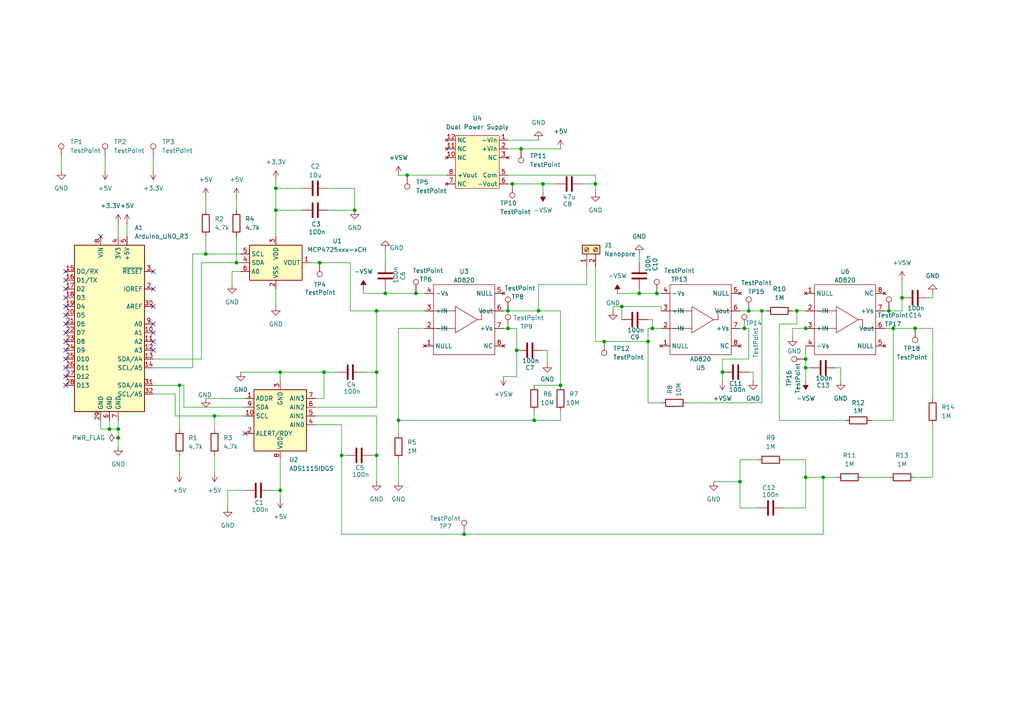
<source format=kicad_sch>
(kicad_sch (version 20231120) (generator "eeschema") (generator_version "8.0")
  (paper "A4")
  (title_block (title "Bandara_Circuit") (date "2025-04-18") (rev "v4") (company "BioCompute"))
  (lib_symbols
    (symbol "Analog_ADC:ADS1115IDGS"
      (property "Reference" "U" (at 2.54 13.97 0))
      (property "Value" "ADS1115IDGS" (at 7.62 11.43 0))
      (symbol "ADS1115IDGS_0_1"
        (rectangle (start -7.62 10.16) (end 7.62 -7.62) (stroke (width 0.254)) (fill (type background)))
      )
      (symbol "ADS1115IDGS_1_1"
        (pin input line (at 10.16 -5.08 180) (length 2.54) (name "ADDR") (number "1"))
        (pin input line (at 10.16 0 180) (length 2.54) (name "SCL") (number "10"))
        (pin output line (at 10.16 5.08 180) (length 2.54) (name "ALERT/RDY") (number "2"))
        (pin power_in line (at 0 -10.16 90) (length 2.54) (name "GND") (number "3"))
        (pin input line (at -10.16 2.54 0) (length 2.54) (name "AIN0") (number "4"))
        (pin input line (at -10.16 0 0) (length 2.54) (name "AIN1") (number "5"))
        (pin input line (at -10.16 -2.54 0) (length 2.54) (name "AIN2") (number "6"))
        (pin input line (at -10.16 -5.08 0) (length 2.54) (name "AIN3") (number "7"))
        (pin power_in line (at 0 12.7 270) (length 2.54) (name "VDD") (number "8"))
        (pin bidirectional line (at 10.16 -2.54 180) (length 2.54) (name "SDA") (number "9"))
      )
    )
    (symbol "Analog_DAC:MCP4725xxx-xCH"
      (property "Reference" "U" (at -6.35 6.35 0))
      (property "Value" "MCP4725xxx-xCH" (at 8.89 6.35 0))
      (symbol "MCP4725xxx-xCH_0_1"
        (rectangle (start -7.62 5.08) (end 7.62 -5.08) (stroke (width 0.254)) (fill (type background)))
      )
      (symbol "MCP4725xxx-xCH_1_1"
        (pin output line (at 10.16 0 180) (length 2.54) (name "VOUT") (number "1"))
        (pin power_in line (at 0 -7.62 90) (length 2.54) (name "VSS") (number "2"))
        (pin power_in line (at 0 7.62 270) (length 2.54) (name "VDD") (number "3"))
        (pin bidirectional line (at -10.16 0 0) (length 2.54) (name "SDA") (number "4"))
        (pin input line (at -10.16 2.54 0) (length 2.54) (name "SCL") (number "5"))
        (pin input line (at -10.16 -2.54 0) (length 2.54) (name "A0") (number "6"))
      )
    )
    (symbol "Connector:Screw_Terminal_01x02" (pin_names (offset 1.016) hide)
      (property "Reference" "J" (at 0 2.54 0))
      (property "Value" "Screw_Terminal_01x02" (at 0 -5.08 0))
      (symbol "Screw_Terminal_01x02_1_1"
        (rectangle (start -1.27 1.27) (end 1.27 -3.81) (stroke (width 0.254)) (fill (type background)))
        (circle (center 0 -2.54) (radius 0.635) (stroke (width 0.1524)))
        (polyline (pts (xy -0.5334 -2.2098) (xy 0.3302 -3.048)) (stroke (width 0.1524)))
        (polyline (pts (xy -0.5334 0.3302) (xy 0.3302 -0.508)) (stroke (width 0.1524)))
        (polyline (pts (xy -0.3556 -2.032) (xy 0.508 -2.8702)) (stroke (width 0.1524)))
        (polyline (pts (xy -0.3556 0.508) (xy 0.508 -0.3302)) (stroke (width 0.1524)))
        (circle (center 0 0) (radius 0.635) (stroke (width 0.1524)))
        (pin passive line (at -5.08 0 0) (length 3.81) (name "Pin_1") (number "1"))
        (pin passive line (at -5.08 -2.54 0) (length 3.81) (name "Pin_2") (number "2"))
      )
    )
    (symbol "Connector:TestPoint" (pin_numbers hide) (pin_names (offset 0.762) hide)
      (property "Reference" "TP" (at 0 6.858 0))
      (property "Value" "TestPoint" (at 0 5.08 0))
      (symbol "TestPoint_0_1"
        (circle (center 0 3.302) (radius 0.762))
      )
      (symbol "TestPoint_1_1"
        (pin passive line (at 0 0 90) (length 2.54) (name "1") (number "1"))
      )
    )
    (symbol "Device:C" (pin_numbers hide) (pin_names (offset 0.254))
      (property "Reference" "C" (at 0.635 2.54 0))
      (property "Value" "C" (at 0.635 -2.54 0))
      (symbol "C_0_1"
        (polyline (pts (xy -2.032 -0.762) (xy 2.032 -0.762)) (stroke (width 0.508)))
        (polyline (pts (xy -2.032 0.762) (xy 2.032 0.762)) (stroke (width 0.508)))
      )
      (symbol "C_1_1"
        (pin passive line (at 0 3.81 270) (length 2.794) (name "~") (number "1"))
        (pin passive line (at 0 -3.81 90) (length 2.794) (name "~") (number "2"))
      )
    )
    (symbol "Device:R" (pin_numbers hide) (pin_names (offset 0))
      (property "Reference" "R" (at 2.032 0 90))
      (property "Value" "R" (at 0 0 90))
      (symbol "R_0_1"
        (rectangle (start -1.016 -2.54) (end 1.016 2.54) (stroke (width 0.254)))
      )
      (symbol "R_1_1"
        (pin passive line (at 0 3.81 270) (length 1.27) (name "~") (number "1"))
        (pin passive line (at 0 -3.81 90) (length 1.27) (name "~") (number "2"))
      )
    )
    (symbol "MCU_Module:Arduino_UNO_R3"
      (property "Reference" "A" (at -10.16 23.495 0))
      (property "Value" "Arduino_UNO_R3" (at 5.08 -26.67 0))
      (symbol "Arduino_UNO_R3_0_1"
        (rectangle (start -10.16 22.86) (end 10.16 -25.4) (stroke (width 0.254)) (fill (type background)))
      )
      (symbol "Arduino_UNO_R3_1_1"
        (pin no_connect line (at -10.16 -20.32 0) (length 2.54) hide (name "NC") (number "1"))
        (pin bidirectional line (at 12.7 -2.54 180) (length 2.54) (name "A1") (number "10"))
        (pin bidirectional line (at 12.7 -5.08 180) (length 2.54) (name "A2") (number "11"))
        (pin bidirectional line (at 12.7 -7.62 180) (length 2.54) (name "A3") (number "12"))
        (pin bidirectional line (at 12.7 -10.16 180) (length 2.54) (name "SDA/A4") (number "13"))
        (pin bidirectional line (at 12.7 -12.7 180) (length 2.54) (name "SCL/A5") (number "14"))
        (pin bidirectional line (at -12.7 15.24 0) (length 2.54) (name "D0/RX") (number "15"))
        (pin bidirectional line (at -12.7 12.7 0) (length 2.54) (name "D1/TX") (number "16"))
        (pin bidirectional line (at -12.7 10.16 0) (length 2.54) (name "D2") (number "17"))
        (pin bidirectional line (at -12.7 7.62 0) (length 2.54) (name "D3") (number "18"))
        (pin bidirectional line (at -12.7 5.08 0) (length 2.54) (name "D4") (number "19"))
        (pin output line (at 12.7 10.16 180) (length 2.54) (name "IOREF") (number "2"))
        (pin bidirectional line (at -12.7 2.54 0) (length 2.54) (name "D5") (number "20"))
        (pin bidirectional line (at -12.7 0 0) (length 2.54) (name "D6") (number "21"))
        (pin bidirectional line (at -12.7 -2.54 0) (length 2.54) (name "D7") (number "22"))
        (pin bidirectional line (at -12.7 -5.08 0) (length 2.54) (name "D8") (number "23"))
        (pin bidirectional line (at -12.7 -7.62 0) (length 2.54) (name "D9") (number "24"))
        (pin bidirectional line (at -12.7 -10.16 0) (length 2.54) (name "D10") (number "25"))
        (pin bidirectional line (at -12.7 -12.7 0) (length 2.54) (name "D11") (number "26"))
        (pin bidirectional line (at -12.7 -15.24 0) (length 2.54) (name "D12") (number "27"))
        (pin bidirectional line (at -12.7 -17.78 0) (length 2.54) (name "D13") (number "28"))
        (pin power_in line (at -2.54 -27.94 90) (length 2.54) (name "GND") (number "29"))
        (pin input line (at 12.7 15.24 180) (length 2.54) (name "~{RESET}") (number "3"))
        (pin input line (at 12.7 5.08 180) (length 2.54) (name "AREF") (number "30"))
        (pin bidirectional line (at 12.7 -17.78 180) (length 2.54) (name "SDA/A4") (number "31"))
        (pin bidirectional line (at 12.7 -20.32 180) (length 2.54) (name "SCL/A5") (number "32"))
        (pin power_out line (at 2.54 25.4 270) (length 2.54) (name "3V3") (number "4"))
        (pin power_out line (at 5.08 25.4 270) (length 2.54) (name "+5V") (number "5"))
        (pin power_in line (at 0 -27.94 90) (length 2.54) (name "GND") (number "6"))
        (pin power_in line (at 2.54 -27.94 90) (length 2.54) (name "GND") (number "7"))
        (pin power_in line (at -2.54 25.4 270) (length 2.54) (name "VIN") (number "8"))
        (pin bidirectional line (at 12.7 0 180) (length 2.54) (name "A0") (number "9"))
      )
    )
    (symbol "NUD0515E2K Library:NUD0515E2K_power"
      (property "Reference" "U" (at 0 13.208 0))
      (symbol "NUD0515E2K_power_1_1"
        (rectangle (start -6.35 7.62) (end 6.35 -7.62) (fill (type background)))
        (pin input line (at 8.89 6.35 180) (length 2.54) (name "-Vin") (number "1"))
        (pin no_connect line (at -8.89 1.27 0) (length 2.54) (name "NC") (number "10"))
        (pin no_connect line (at -8.89 3.81 0) (length 2.54) (name "NC") (number "11"))
        (pin no_connect line (at -8.89 6.35 0) (length 2.54) (name "NC") (number "12"))
        (pin input line (at 8.89 3.81 180) (length 2.54) (name "+Vin") (number "2"))
        (pin no_connect line (at 8.89 1.27 180) (length 2.54) (name "NC") (number "3"))
        (pin passive line (at 8.89 -3.81 180) (length 2.54) (name "Com") (number "5"))
        (pin output line (at 8.89 -6.35 180) (length 2.54) (name "-Vout") (number "6"))
        (pin no_connect line (at -8.89 -6.35 0) (length 2.54) (name "NC") (number "7"))
        (pin output line (at -8.89 -3.81 0) (length 2.54) (name "+Vout") (number "8"))
      )
    )
    (symbol "bandara_ckt_parts:AD820"
      (property "Reference" "U" (at 0 -6.35 0))
      (symbol "AD820_0_1"
        (rectangle (start -8.89 10.16) (end 8.89 -10.16))
        (polyline (pts (xy -8.89 -2.54) (xy -2.54 -2.54)))
        (polyline (pts (xy -2.54 2.54) (xy -8.89 2.54)))
        (polyline (pts (xy -2.54 3.81) (xy -2.54 -3.81) (xy 3.81 0) (xy -2.54 3.81)))
        (polyline (pts (xy 3.81 0) (xy 5.08 0) (xy 5.08 -2.54) (xy 8.89 -2.54)))
      )
      (symbol "AD820_1_1"
        (pin no_connect line (at -11.43 7.62 0) (length 2.54) (name "NULL") (number "1"))
        (pin input line (at -11.43 2.54 0) (length 2.54) (name "-IN") (number "2"))
        (pin input line (at -11.43 -2.54 0) (length 2.54) (name "+IN") (number "3"))
        (pin power_in line (at -11.43 -7.62 0) (length 2.54) (name "-Vs") (number "4"))
        (pin no_connect line (at 11.43 -7.62 180) (length 2.54) (name "NULL") (number "5"))
        (pin output line (at 11.43 -2.54 180) (length 2.54) (name "Vout") (number "6"))
        (pin power_in line (at 11.43 2.54 180) (length 2.54) (name "+Vs") (number "7"))
        (pin no_connect line (at 11.43 7.62 180) (length 2.54) (name "NC") (number "8"))
      )
    )
    (symbol "power:+3.3V" (power) (pin_numbers hide) (pin_names (offset 0) hide)
      (property "Value" "+3.3V" (at 0 3.556 0))
      (symbol "+3.3V_0_1"
        (polyline (pts (xy -0.762 1.27) (xy 0 2.54)))
        (polyline (pts (xy 0 0) (xy 0 2.54)))
        (polyline (pts (xy 0 2.54) (xy 0.762 1.27)))
      )
      (symbol "+3.3V_1_1"
        (pin power_in line (at 0 0 90) (length 0) (name "~") (number "1"))
      )
    )
    (symbol "power:+5V" (power) (pin_numbers hide) (pin_names (offset 0) hide)
      (property "Value" "+5V" (at 0 3.556 0))
      (symbol "+5V_0_1"
        (polyline (pts (xy -0.762 1.27) (xy 0 2.54)))
        (polyline (pts (xy 0 0) (xy 0 2.54)))
        (polyline (pts (xy 0 2.54) (xy 0.762 1.27)))
      )
      (symbol "+5V_1_1"
        (pin power_in line (at 0 0 90) (length 0) (name "~") (number "1"))
      )
    )
    (symbol "power:+VSW" (power) (pin_numbers hide) (pin_names (offset 0) hide)
      (property "Value" "+VSW" (at 0 3.556 0))
      (symbol "+VSW_0_1"
        (polyline (pts (xy -0.762 1.27) (xy 0 2.54)))
        (polyline (pts (xy 0 0) (xy 0 2.54)))
        (polyline (pts (xy 0 2.54) (xy 0.762 1.27)))
      )
      (symbol "+VSW_1_1"
        (pin power_in line (at 0 0 90) (length 0) (name "~") (number "1"))
      )
    )
    (symbol "power:-VSW" (power) (pin_numbers hide) (pin_names (offset 0) hide)
      (property "Value" "-VSW" (at 0 3.556 0))
      (symbol "-VSW_0_0"
        (pin power_in line (at 0 0 90) (length 0) (name "~") (number "1"))
      )
      (symbol "-VSW_0_1"
        (polyline (pts (xy 0 0) (xy 0 1.27) (xy 0.762 1.27) (xy 0 2.54) (xy -0.762 1.27) (xy 0 1.27)) (fill (type outline)))
      )
    )
    (symbol "power:GND" (power) (pin_numbers hide) (pin_names (offset 0) hide)
      (property "Value" "GND" (at 0 -3.81 0))
      (symbol "GND_0_1"
        (polyline (pts (xy 0 0) (xy 0 -1.27) (xy 1.27 -1.27) (xy 0 -2.54) (xy -1.27 -1.27) (xy 0 -1.27)))
      )
      (symbol "GND_1_1"
        (pin power_in line (at 0 0 270) (length 0) (name "~") (number "1"))
      )
    )
    (symbol "power:PWR_FLAG" (power) (pin_numbers hide) (pin_names (offset 0) hide)
      (property "Value" "PWR_FLAG" (at 0 3.81 0))
      (symbol "PWR_FLAG_0_0"
        (pin power_out line (at 0 0 90) (length 0) (name "~") (number "1"))
      )
      (symbol "PWR_FLAG_0_1"
        (polyline (pts (xy 0 0) (xy 0 1.27) (xy -1.016 1.905) (xy 0 2.54) (xy 1.016 1.905) (xy 0 1.27)))
      )
    )
  )
  (junction (at 80.01 54.61))
  (junction (at 238.76 138.43))
  (junction (at 134.62 154.94))
  (junction (at 118.11 50.8))
  (junction (at 156.21 90.17))
  (junction (at 265.43 95.25))
  (junction (at 220.98 90.17))
  (junction (at 99.06 132.08))
  (junction (at 81.28 107.95))
  (junction (at 59.69 73.66))
  (junction (at 31.75 124.46))
  (junction (at 109.22 107.95))
  (junction (at 147.32 90.17))
  (junction (at 92.71 76.2))
  (junction (at 162.56 111.76))
  (junction (at 120.65 85.09))
  (junction (at 190.5 85.09))
  (junction (at 233.68 104.14))
  (junction (at 102.87 60.96))
  (junction (at 215.9 95.25))
  (junction (at 115.57 121.92))
  (junction (at 172.72 53.34))
  (junction (at 209.55 107.95))
  (junction (at 231.14 90.17))
  (junction (at 175.26 99.06))
  (junction (at 148.59 53.34))
  (junction (at 52.07 111.76))
  (junction (at 34.29 124.46))
  (junction (at 187.96 99.06))
  (junction (at 62.23 120.65))
  (junction (at 80.01 60.96))
  (junction (at 68.58 76.2))
  (junction (at 111.76 85.09))
  (junction (at 217.17 90.17))
  (junction (at 34.29 127))
  (junction (at 214.63 139.7))
  (junction (at 257.81 90.17))
  (junction (at 81.28 142.24))
  (junction (at 151.13 43.18))
  (junction (at 189.23 95.25))
  (junction (at 154.94 121.92))
  (junction (at 157.48 53.34))
  (junction (at 233.68 95.25))
  (junction (at 149.86 101.6))
  (junction (at 109.22 90.17))
  (junction (at 147.32 95.25))
  (junction (at 233.68 106.68))
  (junction (at 185.42 85.09))
  (junction (at 261.62 86.36))
  (junction (at 180.34 88.9))
  (junction (at 259.08 95.25))
  (junction (at 109.22 132.08))
  (junction (at 233.68 138.43))
  (junction (at 93.98 107.95))
  (no_connect (at 19.05 96.52))
  (no_connect (at 19.05 111.76))
  (no_connect (at 44.45 99.06))
  (no_connect (at 19.05 91.44))
  (no_connect (at 29.21 68.58))
  (no_connect (at 19.05 106.68))
  (no_connect (at 44.45 101.6))
  (no_connect (at 44.45 78.74))
  (no_connect (at 19.05 81.28))
  (no_connect (at 19.05 101.6))
  (no_connect (at 19.05 78.74))
  (no_connect (at 44.45 96.52))
  (no_connect (at 44.45 83.82))
  (no_connect (at 19.05 83.82))
  (no_connect (at 19.05 99.06))
  (no_connect (at 19.05 93.98))
  (no_connect (at 19.05 86.36))
  (no_connect (at 19.05 104.14))
  (no_connect (at 44.45 88.9))
  (no_connect (at 44.45 93.98))
  (no_connect (at 19.05 88.9))
  (no_connect (at 71.12 125.73))
  (no_connect (at 19.05 109.22))
  (wire (pts (xy 229.87 95.25) (xy 233.68 95.25)))
  (wire (pts (xy 156.21 82.55) (xy 156.21 90.17)))
  (wire (pts (xy 44.45 104.14) (xy 58.42 104.14)))
  (wire (pts (xy 29.21 121.92) (xy 29.21 124.46)))
  (wire (pts (xy 250.19 138.43) (xy 257.81 138.43)))
  (wire (pts (xy 180.34 88.9) (xy 180.34 92.71)))
  (wire (pts (xy 81.28 142.24) (xy 81.28 144.78)))
  (wire (pts (xy 256.54 90.17) (xy 257.81 90.17)))
  (wire (pts (xy 68.58 57.15) (xy 68.58 60.96)))
  (wire (pts (xy 233.68 104.14) (xy 233.68 106.68)))
  (wire (pts (xy 120.65 85.09) (xy 123.19 85.09)))
  (wire (pts (xy 229.87 95.25) (xy 229.87 97.79)))
  (wire (pts (xy 105.41 107.95) (xy 109.22 107.95)))
  (wire (pts (xy 233.68 95.25) (xy 234.95 95.25)))
  (wire (pts (xy 238.76 138.43) (xy 233.68 138.43)))
  (wire (pts (xy 157.48 101.6) (xy 158.75 101.6)))
  (wire (pts (xy 59.69 68.58) (xy 59.69 73.66)))
  (wire (pts (xy 151.13 43.18) (xy 162.56 43.18)))
  (wire (pts (xy 172.72 77.47) (xy 172.72 99.06)))
  (wire (pts (xy 44.45 114.3) (xy 50.8 114.3)))
  (wire (pts (xy 257.81 90.17) (xy 261.62 90.17)))
  (wire (pts (xy 115.57 121.92) (xy 154.94 121.92)))
  (wire (pts (xy 34.29 64.77) (xy 34.29 68.58)))
  (wire (pts (xy 52.07 111.76) (xy 53.34 111.76)))
  (wire (pts (xy 99.06 132.08) (xy 100.33 132.08)))
  (wire (pts (xy 217.17 107.95) (xy 218.44 107.95)))
  (wire (pts (xy 17.78 45.72) (xy 17.78 49.53)))
  (wire (pts (xy 59.69 73.66) (xy 69.85 73.66)))
  (wire (pts (xy 214.63 147.32) (xy 219.71 147.32)))
  (wire (pts (xy 109.22 90.17) (xy 123.19 90.17)))
  (wire (pts (xy 80.01 60.96) (xy 80.01 54.61)))
  (wire (pts (xy 185.42 83.82) (xy 185.42 85.09)))
  (wire (pts (xy 34.29 121.92) (xy 34.29 124.46)))
  (wire (pts (xy 243.84 110.49) (xy 243.84 106.68)))
  (wire (pts (xy 238.76 138.43) (xy 238.76 154.94)))
  (wire (pts (xy 270.51 138.43) (xy 265.43 138.43)))
  (wire (pts (xy 191.77 88.9) (xy 191.77 90.17)))
  (wire (pts (xy 187.96 92.71) (xy 189.23 92.71)))
  (wire (pts (xy 177.8 88.9) (xy 177.8 90.17)))
  (wire (pts (xy 187.96 99.06) (xy 187.96 116.84)))
  (wire (pts (xy 154.94 111.76) (xy 162.56 111.76)))
  (wire (pts (xy 53.34 118.11) (xy 71.12 118.11)))
  (wire (pts (xy 149.86 95.25) (xy 149.86 101.6)))
  (wire (pts (xy 30.48 45.72) (xy 30.48 49.53)))
  (wire (pts (xy 44.45 111.76) (xy 52.07 111.76)))
  (wire (pts (xy 80.01 83.82) (xy 80.01 88.9)))
  (wire (pts (xy 242.57 138.43) (xy 238.76 138.43)))
  (wire (pts (xy 34.29 124.46) (xy 34.29 127)))
  (wire (pts (xy 261.62 90.17) (xy 261.62 86.36)))
  (wire (pts (xy 199.39 116.84) (xy 220.98 116.84)))
  (wire (pts (xy 233.68 147.32) (xy 233.68 138.43)))
  (wire (pts (xy 146.05 95.25) (xy 147.32 95.25)))
  (wire (pts (xy 180.34 88.9) (xy 191.77 88.9)))
  (wire (pts (xy 207.01 139.7) (xy 214.63 139.7)))
  (wire (pts (xy 259.08 95.25) (xy 265.43 95.25)))
  (wire (pts (xy 227.33 133.35) (xy 233.68 133.35)))
  (wire (pts (xy 157.48 53.34) (xy 161.29 53.34)))
  (wire (pts (xy 147.32 43.18) (xy 151.13 43.18)))
  (wire (pts (xy 36.83 64.77) (xy 36.83 68.58)))
  (wire (pts (xy 215.9 95.25) (xy 217.17 95.25)))
  (wire (pts (xy 229.87 90.17) (xy 231.14 90.17)))
  (wire (pts (xy 227.33 147.32) (xy 233.68 147.32)))
  (wire (pts (xy 156.21 90.17) (xy 147.32 90.17)))
  (wire (pts (xy 68.58 76.2) (xy 69.85 76.2)))
  (wire (pts (xy 80.01 68.58) (xy 80.01 60.96)))
  (wire (pts (xy 62.23 120.65) (xy 71.12 120.65)))
  (wire (pts (xy 170.18 82.55) (xy 156.21 82.55)))
  (wire (pts (xy 162.56 119.38) (xy 162.56 121.92)))
  (wire (pts (xy 270.51 86.36) (xy 269.24 86.36)))
  (wire (pts (xy 102.87 54.61) (xy 102.87 60.96)))
  (wire (pts (xy 66.04 147.32) (xy 66.04 142.24)))
  (wire (pts (xy 209.55 107.95) (xy 209.55 110.49)))
  (wire (pts (xy 81.28 133.35) (xy 81.28 142.24)))
  (wire (pts (xy 214.63 139.7) (xy 214.63 147.32)))
  (wire (pts (xy 154.94 119.38) (xy 154.94 121.92)))
  (wire (pts (xy 185.42 85.09) (xy 190.5 85.09)))
  (wire (pts (xy 118.11 50.8) (xy 129.54 50.8)))
  (wire (pts (xy 256.54 95.25) (xy 259.08 95.25)))
  (wire (pts (xy 214.63 95.25) (xy 215.9 95.25)))
  (wire (pts (xy 29.21 124.46) (xy 31.75 124.46)))
  (wire (pts (xy 101.6 90.17) (xy 109.22 90.17)))
  (wire (pts (xy 189.23 92.71) (xy 189.23 95.25)))
  (wire (pts (xy 265.43 95.25) (xy 270.51 95.25)))
  (wire (pts (xy 66.04 142.24) (xy 71.12 142.24)))
  (wire (pts (xy 115.57 95.25) (xy 115.57 121.92)))
  (wire (pts (xy 99.06 154.94) (xy 134.62 154.94)))
  (wire (pts (xy 101.6 76.2) (xy 101.6 90.17)))
  (wire (pts (xy 243.84 106.68) (xy 242.57 106.68)))
  (wire (pts (xy 191.77 95.25) (xy 189.23 95.25)))
  (wire (pts (xy 107.95 132.08) (xy 109.22 132.08)))
  (wire (pts (xy 185.42 73.66) (xy 185.42 76.2)))
  (wire (pts (xy 270.51 85.09) (xy 270.51 86.36)))
  (wire (pts (xy 259.08 121.92) (xy 259.08 95.25)))
  (wire (pts (xy 115.57 133.35) (xy 115.57 139.7)))
  (wire (pts (xy 233.68 106.68) (xy 233.68 110.49)))
  (wire (pts (xy 220.98 90.17) (xy 222.25 90.17)))
  (wire (pts (xy 190.5 85.09) (xy 191.77 85.09)))
  (wire (pts (xy 123.19 95.25) (xy 115.57 95.25)))
  (wire (pts (xy 34.29 127) (xy 34.29 129.54)))
  (wire (pts (xy 109.22 107.95) (xy 109.22 90.17)))
  (wire (pts (xy 209.55 104.14) (xy 209.55 107.95)))
  (wire (pts (xy 109.22 107.95) (xy 109.22 118.11)))
  (wire (pts (xy 147.32 95.25) (xy 149.86 95.25)))
  (wire (pts (xy 80.01 54.61) (xy 87.63 54.61)))
  (wire (pts (xy 95.25 54.61) (xy 102.87 54.61)))
  (wire (pts (xy 170.18 77.47) (xy 170.18 82.55)))
  (wire (pts (xy 99.06 123.19) (xy 99.06 132.08)))
  (wire (pts (xy 217.17 90.17) (xy 220.98 90.17)))
  (wire (pts (xy 69.85 107.95) (xy 81.28 107.95)))
  (wire (pts (xy 187.96 95.25) (xy 187.96 99.06)))
  (wire (pts (xy 93.98 115.57) (xy 93.98 107.95)))
  (wire (pts (xy 91.44 123.19) (xy 99.06 123.19)))
  (wire (pts (xy 147.32 53.34) (xy 148.59 53.34)))
  (wire (pts (xy 172.72 99.06) (xy 175.26 99.06)))
  (wire (pts (xy 55.88 106.68) (xy 55.88 73.66)))
  (wire (pts (xy 148.59 53.34) (xy 157.48 53.34)))
  (wire (pts (xy 226.06 121.92) (xy 226.06 93.98)))
  (wire (pts (xy 58.42 104.14) (xy 58.42 76.2)))
  (wire (pts (xy 69.85 78.74) (xy 67.31 78.74)))
  (wire (pts (xy 53.34 111.76) (xy 53.34 118.11)))
  (wire (pts (xy 52.07 132.08) (xy 52.07 137.16)))
  (wire (pts (xy 149.86 109.22) (xy 146.05 109.22)))
  (wire (pts (xy 109.22 132.08) (xy 109.22 139.7)))
  (wire (pts (xy 115.57 50.8) (xy 118.11 50.8)))
  (wire (pts (xy 78.74 142.24) (xy 81.28 142.24)))
  (wire (pts (xy 102.87 60.96) (xy 95.25 60.96)))
  (wire (pts (xy 217.17 95.25) (xy 217.17 104.14)))
  (wire (pts (xy 147.32 40.64) (xy 156.21 40.64)))
  (wire (pts (xy 105.41 85.09) (xy 111.76 85.09)))
  (wire (pts (xy 90.17 76.2) (xy 92.71 76.2)))
  (wire (pts (xy 233.68 106.68) (xy 234.95 106.68)))
  (wire (pts (xy 109.22 120.65) (xy 109.22 132.08)))
  (wire (pts (xy 92.71 76.2) (xy 101.6 76.2)))
  (wire (pts (xy 219.71 133.35) (xy 214.63 133.35)))
  (wire (pts (xy 189.23 95.25) (xy 187.96 95.25)))
  (wire (pts (xy 177.8 88.9) (xy 180.34 88.9)))
  (wire (pts (xy 62.23 124.46) (xy 62.23 120.65)))
  (wire (pts (xy 162.56 90.17) (xy 156.21 90.17)))
  (wire (pts (xy 147.32 50.8) (xy 172.72 50.8)))
  (wire (pts (xy 270.51 95.25) (xy 270.51 115.57)))
  (wire (pts (xy 111.76 83.82) (xy 111.76 85.09)))
  (wire (pts (xy 149.86 101.6) (xy 149.86 109.22)))
  (wire (pts (xy 81.28 107.95) (xy 81.28 110.49)))
  (wire (pts (xy 158.75 101.6) (xy 158.75 105.41)))
  (wire (pts (xy 91.44 118.11) (xy 109.22 118.11)))
  (wire (pts (xy 81.28 107.95) (xy 93.98 107.95)))
  (wire (pts (xy 261.62 86.36) (xy 261.62 81.28)))
  (wire (pts (xy 252.73 121.92) (xy 259.08 121.92)))
  (wire (pts (xy 168.91 53.34) (xy 172.72 53.34)))
  (wire (pts (xy 91.44 120.65) (xy 109.22 120.65)))
  (wire (pts (xy 93.98 107.95) (xy 97.79 107.95)))
  (wire (pts (xy 91.44 115.57) (xy 93.98 115.57)))
  (wire (pts (xy 157.48 55.88) (xy 157.48 53.34)))
  (wire (pts (xy 67.31 78.74) (xy 67.31 82.55)))
  (wire (pts (xy 71.12 115.57) (xy 59.69 115.57)))
  (wire (pts (xy 87.63 60.96) (xy 80.01 60.96)))
  (wire (pts (xy 220.98 90.17) (xy 220.98 116.84)))
  (wire (pts (xy 147.32 90.17) (xy 146.05 90.17)))
  (wire (pts (xy 44.45 106.68) (xy 55.88 106.68)))
  (wire (pts (xy 111.76 72.39) (xy 111.76 76.2)))
  (wire (pts (xy 214.63 90.17) (xy 217.17 90.17)))
  (wire (pts (xy 58.42 76.2) (xy 68.58 76.2)))
  (wire (pts (xy 226.06 93.98) (xy 231.14 93.98)))
  (wire (pts (xy 134.62 154.94) (xy 238.76 154.94)))
  (wire (pts (xy 115.57 121.92) (xy 115.57 125.73)))
  (wire (pts (xy 111.76 85.09) (xy 120.65 85.09)))
  (wire (pts (xy 233.68 100.33) (xy 233.68 104.14)))
  (wire (pts (xy 68.58 68.58) (xy 68.58 76.2)))
  (wire (pts (xy 172.72 50.8) (xy 172.72 53.34)))
  (wire (pts (xy 105.41 83.82) (xy 105.41 85.09)))
  (wire (pts (xy 55.88 73.66) (xy 59.69 73.66)))
  (wire (pts (xy 50.8 114.3) (xy 50.8 120.65)))
  (wire (pts (xy 175.26 99.06) (xy 187.96 99.06)))
  (wire (pts (xy 50.8 120.65) (xy 62.23 120.65)))
  (wire (pts (xy 217.17 104.14) (xy 209.55 104.14)))
  (wire (pts (xy 187.96 116.84) (xy 191.77 116.84)))
  (wire (pts (xy 99.06 132.08) (xy 99.06 154.94)))
  (wire (pts (xy 231.14 93.98) (xy 231.14 90.17)))
  (wire (pts (xy 62.23 132.08) (xy 62.23 137.16)))
  (wire (pts (xy 179.07 85.09) (xy 185.42 85.09)))
  (wire (pts (xy 172.72 55.88) (xy 172.72 53.34)))
  (wire (pts (xy 52.07 111.76) (xy 52.07 124.46)))
  (wire (pts (xy 245.11 121.92) (xy 226.06 121.92)))
  (wire (pts (xy 31.75 124.46) (xy 34.29 124.46)))
  (wire (pts (xy 233.68 138.43) (xy 233.68 133.35)))
  (wire (pts (xy 270.51 123.19) (xy 270.51 138.43)))
  (wire (pts (xy 44.45 45.72) (xy 44.45 49.53)))
  (wire (pts (xy 80.01 54.61) (xy 80.01 52.07)))
  (wire (pts (xy 31.75 121.92) (xy 31.75 124.46)))
  (wire (pts (xy 218.44 107.95) (xy 218.44 110.49)))
  (wire (pts (xy 162.56 90.17) (xy 162.56 111.76)))
  (wire (pts (xy 214.63 133.35) (xy 214.63 139.7)))
  (wire (pts (xy 154.94 121.92) (xy 162.56 121.92)))
  (wire (pts (xy 231.14 90.17) (xy 233.68 90.17)))
  (wire (pts (xy 59.69 57.15) (xy 59.69 60.96)))
  (symbol (lib_id "Connector:TestPoint") (at 175.26 99.06 180) (unit 1)
    (property "Reference" "TP12" (at 177.8 101.0919 0) (effects (justify right)))
    (property "Value" "TestPoint" (at 177.8 103.6319 0) (effects (justify right)))
    (property "Footprint" "TestPoint:TestPoint_THTPad_D2.0mm_Drill1.0mm" (effects (hide yes)))
    (property "Description" "test point" (effects (hide yes)))
  )
  (symbol (lib_id "power:-VSW") (at 157.48 55.88 180) (unit 1)
    (property "Reference" "#PWR026" (effects (hide yes)))
    (property "Value" "-VSW" (at 157.48 60.96 0))
    (property "Description" "Power symbol creates a global label with name \"-VSW\"" (effects (hide yes)))
  )
  (symbol (lib_id "Connector:TestPoint") (at 44.45 45.72 0) (unit 1)
    (property "Reference" "TP3" (at 46.99 41.1479 0) (effects (justify left)))
    (property "Value" "TestPoint" (at 46.99 43.6879 0) (effects (justify left)))
    (property "Footprint" "TestPoint:TestPoint_THTPad_D2.0mm_Drill1.0mm" (effects (hide yes)))
    (property "Description" "test point" (effects (hide yes)))
  )
  (symbol (lib_id "power:GND") (at 66.04 147.32 0) (unit 1)
    (property "Reference" "#PWR011" (effects (hide yes)))
    (property "Value" "GND" (at 66.04 152.4 0))
    (property "Description" "Power symbol creates a global label with name \"GND\" , ground" (effects (hide yes)))
  )
  (symbol (lib_id "power:+3.3V") (at 44.45 49.53 180) (unit 1)
    (property "Reference" "#PWR06" (effects (hide yes)))
    (property "Value" "+3.3V" (at 44.45 54.61 0))
    (property "Description" "Power symbol creates a global label with name \"+3.3V\"" (effects (hide yes)))
  )
  (symbol (lib_id "power:GND") (at 111.76 72.39 180) (unit 1)
    (property "Reference" "#PWR021" (effects (hide yes)))
    (property "Value" "GND" (at 115.062 71.882 0))
    (property "Description" "Power symbol creates a global label with name \"GND\" , ground" (effects (hide yes)))
  )
  (symbol (lib_id "Connector:TestPoint") (at 92.71 76.2 180) (unit 1)
    (property "Reference" "TP4" (at 90.932 82.55 0) (effects (justify right)))
    (property "Value" "TestPoint" (at 88.392 84.836 0) (effects (justify right)))
    (property "Footprint" "TestPoint:TestPoint_THTPad_D2.0mm_Drill1.0mm" (effects (hide yes)))
    (property "Description" "test point" (effects (hide yes)))
  )
  (symbol (lib_id "power:-VSW") (at 233.68 110.49 180) (unit 1)
    (property "Reference" "#PWR037" (effects (hide yes)))
    (property "Value" "-VSW" (at 233.68 115.57 0))
    (property "Description" "Power symbol creates a global label with name \"-VSW\"" (effects (hide yes)))
  )
  (symbol (lib_id "power:+3.3V") (at 80.01 52.07 0) (unit 1)
    (property "Reference" "#PWR015" (effects (hide yes)))
    (property "Value" "+3.3V" (at 80.01 46.99 0))
    (property "Description" "Power symbol creates a global label with name \"+3.3V\"" (effects (hide yes)))
  )
  (symbol (lib_id "Device:R") (at 115.57 129.54 0) (unit 1)
    (property "Reference" "R5" (at 118.11 128.2699 0) (effects (justify left)))
    (property "Value" "1M" (at 118.11 130.8099 0) (effects (justify left)))
    (property "Footprint" "Resistor_SMD:R_0603_1608Metric_Pad0.98x0.95mm_HandSolder" (effects (hide yes)))
    (property "Description" "Resistor" (effects (hide yes)))
  )
  (symbol (lib_id "Connector:TestPoint") (at 257.81 90.17 0) (unit 1)
    (property "Reference" "TP17" (at 256.54 93.98 0) (effects (justify left)))
    (property "Value" "TestPoint" (at 254.508 91.44 0) (effects (justify left)))
    (property "Footprint" "TestPoint:TestPoint_THTPad_D2.0mm_Drill1.0mm" (effects (hide yes)))
    (property "Description" "test point" (effects (hide yes)))
  )
  (symbol (lib_id "Device:C") (at 91.44 60.96 90) (unit 1)
    (property "Reference" "C3" (at 91.694 65.024 90))
    (property "Value" "100n" (at 91.948 67.31 90))
    (property "Footprint" "Capacitor_SMD:C_0805_2012Metric_Pad1.18x1.45mm_HandSolder" (effects (hide yes)))
    (property "Description" "Unpolarized capacitor" (effects (hide yes)))
  )
  (symbol (lib_id "power:+5V") (at 162.56 43.18 0) (unit 1)
    (property "Reference" "#PWR028" (effects (hide yes)))
    (property "Value" "+5V" (at 162.56 38.1 0))
    (property "Description" "Power symbol creates a global label with name \"+5V\"" (effects (hide yes)))
  )
  (symbol (lib_id "Connector:TestPoint") (at 30.48 45.72 0) (unit 1)
    (property "Reference" "TP2" (at 33.02 41.1479 0) (effects (justify left)))
    (property "Value" "TestPoint" (at 33.02 43.6879 0) (effects (justify left)))
    (property "Footprint" "TestPoint:TestPoint_THTPad_D2.0mm_Drill1.0mm" (effects (hide yes)))
    (property "Description" "test point" (effects (hide yes)))
  )
  (symbol (lib_id "power:GND") (at 156.21 40.64 180) (unit 1)
    (property "Reference" "#PWR025" (effects (hide yes)))
    (property "Value" "GND" (at 156.21 35.56 0))
    (property "Description" "Power symbol creates a global label with name \"GND\" , ground" (effects (hide yes)))
  )
  (symbol (lib_id "Connector:TestPoint") (at 190.5 85.09 0) (unit 1)
    (property "Reference" "TP13" (at 194.564 81.026 0) (effects (justify left)))
    (property "Value" "TestPoint" (at 192.532 78.486 0) (effects (justify left)))
    (property "Footprint" "TestPoint:TestPoint_THTPad_D2.0mm_Drill1.0mm" (effects (hide yes)))
    (property "Description" "test point" (effects (hide yes)))
  )
  (symbol (lib_id "power:GND") (at 229.87 97.79 0) (unit 1)
    (property "Reference" "#PWR036" (effects (hide yes)))
    (property "Value" "GND" (at 230.378 101.854 0))
    (property "Description" "Power symbol creates a global label with name \"GND\" , ground" (effects (hide yes)))
  )
  (symbol (lib_id "Analog_DAC:MCP4725xxx-xCH") (at 80.01 76.2 0) (unit 1)
    (property "Reference" "U1" (at 97.79 69.8814 0))
    (property "Value" "MCP4725xxx-xCH" (at 97.79 72.4214 0))
    (property "Footprint" "Package_TO_SOT_SMD:SOT-23-6" (effects (hide yes)))
    (property "Datasheet" "http://ww1.microchip.com/downloads/en/DeviceDoc/22039d.pdf" (effects (hide yes)))
    (property "Description" "12-bit Digital-to-Analog Converter, integrated EEPROM, I2C interface, SOT-23-6" (effects (hide yes)))
  )
  (symbol (lib_id "Device:C") (at 91.44 54.61 90) (unit 1)
    (property "Reference" "C2" (at 91.44 48.26 90))
    (property "Value" "10u" (at 91.44 50.8 90))
    (property "Footprint" "Capacitor_Tantalum_SMD:CP_EIA-3216-10_Kemet-I" (effects (hide yes)))
    (property "Description" "Unpolarized capacitor" (effects (hide yes)))
  )
  (symbol (lib_id "Device:R") (at 246.38 138.43 90) (unit 1)
    (property "Reference" "R11" (at 246.38 132.08 90))
    (property "Value" "1M" (at 246.38 134.62 90))
    (property "Footprint" "Resistor_SMD:R_0603_1608Metric_Pad0.98x0.95mm_HandSolder" (effects (hide yes)))
    (property "Description" "Resistor" (effects (hide yes)))
  )
  (symbol (lib_id "power:GND") (at 185.42 73.66 180) (unit 1)
    (property "Reference" "#PWR032" (effects (hide yes)))
    (property "Value" "GND" (at 185.42 68.58 0))
    (property "Description" "Power symbol creates a global label with name \"GND\" , ground" (effects (hide yes)))
  )
  (symbol (lib_id "power:-VSW") (at 105.41 83.82 0) (unit 1)
    (property "Reference" "#PWR019" (effects (hide yes)))
    (property "Value" "-VSW" (at 105.41 78.74 0))
    (property "Description" "Power symbol creates a global label with name \"-VSW\"" (effects (hide yes)))
  )
  (symbol (lib_id "power:GND") (at 69.85 107.95 0) (unit 1)
    (property "Reference" "#PWR014" (effects (hide yes)))
    (property "Value" "GND" (at 69.85 113.03 0))
    (property "Description" "Power symbol creates a global label with name \"GND\" , ground" (effects (hide yes)))
  )
  (symbol (lib_id "power:+5V") (at 59.69 57.15 0) (unit 1)
    (property "Reference" "#PWR08" (effects (hide yes)))
    (property "Value" "+5V" (at 59.69 52.07 0))
    (property "Description" "Power symbol creates a global label with name \"+5V\"" (effects (hide yes)))
  )
  (symbol (lib_id "Connector:TestPoint") (at 147.32 95.25 0) (unit 1)
    (property "Reference" "TP9" (at 150.876 94.742 0) (effects (justify left)))
    (property "Value" "TestPoint" (at 148.844 92.202 0) (effects (justify left)))
    (property "Footprint" "TestPoint:TestPoint_THTPad_D2.0mm_Drill1.0mm" (effects (hide yes)))
    (property "Description" "test point" (effects (hide yes)))
  )
  (symbol (lib_id "Device:C") (at 74.93 142.24 90) (unit 1)
    (property "Reference" "C1" (at 75.184 145.796 90))
    (property "Value" "100n" (at 75.438 147.828 90))
    (property "Footprint" "Capacitor_SMD:C_0805_2012Metric_Pad1.18x1.45mm_HandSolder" (effects (hide yes)))
    (property "Description" "Unpolarized capacitor" (effects (hide yes)))
  )
  (symbol (lib_id "Connector:TestPoint") (at 147.32 90.17 0) (unit 1)
    (property "Reference" "TP8" (at 148.336 86.106 0) (effects (justify left)))
    (property "Value" "TestPoint" (at 146.304 83.566 0) (effects (justify left)))
    (property "Footprint" "TestPoint:TestPoint_THTPad_D2.0mm_Drill1.0mm" (effects (hide yes)))
    (property "Description" "test point" (effects (hide yes)))
  )
  (symbol (lib_id "bandara_ckt_parts:AD820") (at 134.62 92.71 0) (mirror x) (unit 1)
    (property "Reference" "U3" (at 134.62 78.74 0))
    (property "Value" "AD820" (at 134.62 81.28 0))
    (property "Footprint" "bandara_ckt_footprints:N_8_ADI" (effects (hide yes)))
  )
  (symbol (lib_id "power:GND") (at 59.69 115.57 0) (unit 1)
    (property "Reference" "#PWR09" (effects (hide yes)))
    (property "Value" "GND" (at 59.436 114.554 0))
    (property "Description" "Power symbol creates a global label with name \"GND\" , ground" (effects (hide yes)))
  )
  (symbol (lib_id "Connector:TestPoint") (at 265.43 95.25 180) (unit 1)
    (property "Reference" "TP18" (at 266.954 101.092 0) (effects (justify left)))
    (property "Value" "TestPoint" (at 268.986 103.632 0) (effects (justify left)))
    (property "Footprint" "TestPoint:TestPoint_THTPad_D2.0mm_Drill1.0mm" (effects (hide yes)))
    (property "Description" "test point" (effects (hide yes)))
  )
  (symbol (lib_id "Connector:TestPoint") (at 151.13 43.18 180) (unit 1)
    (property "Reference" "TP11" (at 153.67 45.2119 0) (effects (justify right)))
    (property "Value" "TestPoint" (at 153.67 47.7519 0) (effects (justify right)))
    (property "Footprint" "TestPoint:TestPoint_THTPad_D2.0mm_Drill1.0mm" (effects (hide yes)))
    (property "Description" "test point" (effects (hide yes)))
  )
  (symbol (lib_id "Device:R") (at 226.06 90.17 90) (unit 1)
    (property "Reference" "R10" (at 226.06 83.82 90))
    (property "Value" "1M" (at 226.06 86.36 90))
    (property "Footprint" "Resistor_SMD:R_0603_1608Metric_Pad0.98x0.95mm_HandSolder" (effects (hide yes)))
    (property "Description" "Resistor" (effects (hide yes)))
  )
  (symbol (lib_id "Device:R") (at 261.62 138.43 90) (unit 1)
    (property "Reference" "R13" (at 261.62 132.08 90))
    (property "Value" "1M" (at 261.62 134.62 90))
    (property "Footprint" "Resistor_SMD:R_0603_1608Metric_Pad0.98x0.95mm_HandSolder" (effects (hide yes)))
    (property "Description" "Resistor" (effects (hide yes)))
  )
  (symbol (lib_id "power:+5V") (at 36.83 64.77 0) (unit 1)
    (property "Reference" "#PWR05" (effects (hide yes)))
    (property "Value" "+5V" (at 36.83 59.69 0))
    (property "Description" "Power symbol creates a global label with name \"+5V\"" (effects (hide yes)))
  )
  (symbol (lib_id "power:+5V") (at 81.28 144.78 180) (unit 1)
    (property "Reference" "#PWR017" (effects (hide yes)))
    (property "Value" "+5V" (at 81.28 149.86 0))
    (property "Description" "Power symbol creates a global label with name \"+5V\"" (effects (hide yes)))
  )
  (symbol (lib_id "Device:R") (at 270.51 119.38 180) (unit 1)
    (property "Reference" "R14" (at 273.05 118.1099 0) (effects (justify right)))
    (property "Value" "1M" (at 273.05 120.6499 0) (effects (justify right)))
    (property "Footprint" "Resistor_SMD:R_0603_1608Metric_Pad0.98x0.95mm_HandSolder" (effects (hide yes)))
    (property "Description" "Resistor" (effects (hide yes)))
  )
  (symbol (lib_id "Connector:TestPoint") (at 120.65 85.09 0) (unit 1)
    (property "Reference" "TP6" (at 121.666 81.026 0) (effects (justify left)))
    (property "Value" "TestPoint" (at 119.634 78.486 0) (effects (justify left)))
    (property "Footprint" "TestPoint:TestPoint_THTPad_D2.0mm_Drill1.0mm" (effects (hide yes)))
    (property "Description" "test point" (effects (hide yes)))
  )
  (symbol (lib_id "power:+5V") (at 52.07 137.16 180) (unit 1)
    (property "Reference" "#PWR07" (effects (hide yes)))
    (property "Value" "+5V" (at 52.07 142.24 0))
    (property "Description" "Power symbol creates a global label with name \"+5V\"" (effects (hide yes)))
  )
  (symbol (lib_id "power:GND") (at 207.01 139.7 0) (unit 1)
    (property "Reference" "#PWR033" (effects (hide yes)))
    (property "Value" "GND" (at 207.01 144.78 0))
    (property "Description" "Power symbol creates a global label with name \"GND\" , ground" (effects (hide yes)))
  )
  (symbol (lib_id "power:+3.3V") (at 34.29 64.77 0) (unit 1)
    (property "Reference" "#PWR03" (effects (hide yes)))
    (property "Value" "+3.3V" (at 32.004 59.69 0))
    (property "Description" "Power symbol creates a global label with name \"+3.3V\"" (effects (hide yes)))
  )
  (symbol (lib_id "power:+5V") (at 62.23 137.16 180) (unit 1)
    (property "Reference" "#PWR010" (effects (hide yes)))
    (property "Value" "+5V" (at 62.23 142.24 0))
    (property "Description" "Power symbol creates a global label with name \"+5V\"" (effects (hide yes)))
  )
  (symbol (lib_id "power:+5V") (at 30.48 49.53 180) (unit 1)
    (property "Reference" "#PWR02" (effects (hide yes)))
    (property "Value" "+5V" (at 30.48 54.61 0))
    (property "Description" "Power symbol creates a global label with name \"+5V\"" (effects (hide yes)))
  )
  (symbol (lib_id "Connector:Screw_Terminal_01x02") (at 170.18 72.39 90) (unit 1)
    (property "Reference" "J1" (at 175.26 71.1199 90) (effects (justify right)))
    (property "Value" "Nanopore" (at 175.26 73.6599 90) (effects (justify right)))
    (property "Footprint" "bandara_ckt_footprints:PHOENIX_1935161" (effects (hide yes)))
    (property "Description" "Generic screw terminal, single row, 01x02, script generated (kicad-library-utils/schlib/autogen/connector/)" (effects (hide yes)))
  )
  (symbol (lib_id "power:GND") (at 17.78 49.53 0) (unit 1)
    (property "Reference" "#PWR01" (effects (hide yes)))
    (property "Value" "GND" (at 17.78 54.61 0))
    (property "Description" "Power symbol creates a global label with name \"GND\" , ground" (effects (hide yes)))
  )
  (symbol (lib_id "power:+VSW") (at 146.05 109.22 180) (unit 1)
    (property "Reference" "#PWR024" (effects (hide yes)))
    (property "Value" "+VSW" (at 146.05 114.3 0))
    (property "Description" "Power symbol creates a global label with name \"+VSW\"" (effects (hide yes)))
  )
  (symbol (lib_id "power:+VSW") (at 115.57 50.8 0) (unit 1)
    (property "Reference" "#PWR022" (effects (hide yes)))
    (property "Value" "+VSW" (at 115.57 45.72 0))
    (property "Description" "Power symbol creates a global label with name \"+VSW\"" (effects (hide yes)))
  )
  (symbol (lib_id "power:GND") (at 243.84 110.49 0) (unit 1)
    (property "Reference" "#PWR038" (effects (hide yes)))
    (property "Value" "GND" (at 243.84 115.57 0))
    (property "Description" "Power symbol creates a global label with name \"GND\" , ground" (effects (hide yes)))
  )
  (symbol (lib_id "power:+5V") (at 68.58 57.15 0) (unit 1)
    (property "Reference" "#PWR013" (effects (hide yes)))
    (property "Value" "+5V" (at 68.58 52.07 0))
    (property "Description" "Power symbol creates a global label with name \"+5V\"" (effects (hide yes)))
  )
  (symbol (lib_id "Device:C") (at 265.43 86.36 270) (unit 1)
    (property "Reference" "C14" (at 265.43 91.44 90))
    (property "Value" "100n" (at 265.684 89.408 90))
    (property "Footprint" "Capacitor_SMD:C_0805_2012Metric_Pad1.18x1.45mm_HandSolder" (effects (hide yes)))
    (property "Description" "Unpolarized capacitor" (effects (hide yes)))
  )
  (symbol (lib_id "Device:C") (at 165.1 53.34 90) (mirror x) (unit 1)
    (property "Reference" "C8" (at 164.592 59.182 90))
    (property "Value" "47u" (at 165.1 57.15 90))
    (property "Footprint" "Capacitor_THT:C_Radial_D8.0mm_H11.5mm_P3.50mm" (effects (hide yes)))
    (property "Description" "Unpolarized capacitor" (effects (hide yes)))
  )
  (symbol (lib_id "Connector:TestPoint") (at 118.11 50.8 180) (unit 1)
    (property "Reference" "TP5" (at 120.65 52.8319 0) (effects (justify right)))
    (property "Value" "TestPoint" (at 120.65 55.3719 0) (effects (justify right)))
    (property "Footprint" "TestPoint:TestPoint_THTPad_D2.0mm_Drill1.0mm" (effects (hide yes)))
    (property "Description" "test point" (effects (hide yes)))
  )
  (symbol (lib_id "power:GND") (at 218.44 110.49 0) (unit 1)
    (property "Reference" "#PWR035" (effects (hide yes)))
    (property "Value" "GND" (at 218.44 115.57 0))
    (property "Description" "Power symbol creates a global label with name \"GND\" , ground" (effects (hide yes)))
  )
  (symbol (lib_id "MCU_Module:Arduino_UNO_R3") (at 31.75 93.98 0) (unit 1)
    (property "Reference" "A1" (at 39.0241 66.04 0) (effects (justify left)))
    (property "Value" "Arduino_UNO_R3" (at 39.0241 68.58 0) (effects (justify left)))
    (property "Footprint" "Module:Arduino_UNO_R3" (effects (hide yes)))
    (property "Datasheet" "https://www.arduino.cc/en/Main/arduinoBoardUno" (effects (hide yes)))
    (property "Description" "Arduino UNO Microcontroller Module, release 3" (effects (hide yes)))
  )
  (symbol (lib_id "Device:R") (at 68.58 64.77 0) (unit 1)
    (property "Reference" "R4" (at 71.12 63.4999 0) (effects (justify left)))
    (property "Value" "4.7k" (at 71.12 66.0399 0) (effects (justify left)))
    (property "Footprint" "Resistor_SMD:R_0603_1608Metric_Pad0.98x0.95mm_HandSolder" (effects (hide yes)))
    (property "Description" "Resistor" (effects (hide yes)))
  )
  (symbol (lib_id "power:GND") (at 172.72 55.88 0) (unit 1)
    (property "Reference" "#PWR029" (effects (hide yes)))
    (property "Value" "GND" (at 172.72 60.96 0))
    (property "Description" "Power symbol creates a global label with name \"GND\" , ground" (effects (hide yes)))
  )
  (symbol (lib_id "Device:C") (at 185.42 80.01 0) (unit 1)
    (property "Reference" "C10" (at 189.992 76.708 90))
    (property "Value" "100n" (at 187.96 76.454 90))
    (property "Footprint" "Capacitor_SMD:C_0805_2012Metric_Pad1.18x1.45mm_HandSolder" (effects (hide yes)))
    (property "Description" "Unpolarized capacitor" (effects (hide yes)))
  )
  (symbol (lib_id "Device:R") (at 223.52 133.35 90) (unit 1)
    (property "Reference" "R9" (at 223.52 127 90))
    (property "Value" "1M" (at 223.52 129.54 90))
    (property "Footprint" "Resistor_SMD:R_0603_1608Metric_Pad0.98x0.95mm_HandSolder" (effects (hide yes)))
    (property "Description" "Resistor" (effects (hide yes)))
  )
  (symbol (lib_id "Connector:TestPoint") (at 217.17 90.17 0) (unit 1)
    (property "Reference" "TP15" (at 216.916 84.582 0) (effects (justify left)))
    (property "Value" "TestPoint" (at 214.884 82.042 0) (effects (justify left)))
    (property "Footprint" "TestPoint:TestPoint_THTPad_D2.0mm_Drill1.0mm" (effects (hide yes)))
    (property "Description" "test point" (effects (hide yes)))
  )
  (symbol (lib_id "power:GND") (at 34.29 129.54 0) (unit 1)
    (property "Reference" "#PWR04" (effects (hide yes)))
    (property "Value" "GND" (at 34.29 134.62 0))
    (property "Description" "Power symbol creates a global label with name \"GND\" , ground" (effects (hide yes)))
  )
  (symbol (lib_id "power:+VSW") (at 209.55 110.49 180) (unit 1)
    (property "Reference" "#PWR034" (effects (hide yes)))
    (property "Value" "+VSW" (at 209.55 115.57 0))
    (property "Description" "Power symbol creates a global label with name \"+VSW\"" (effects (hide yes)))
  )
  (symbol (lib_id "power:GND") (at 270.51 85.09 180) (unit 1)
    (property "Reference" "#PWR040" (effects (hide yes)))
    (property "Value" "GND" (at 270.51 80.01 0))
    (property "Description" "Power symbol creates a global label with name \"GND\" , ground" (effects (hide yes)))
  )
  (symbol (lib_id "bandara_ckt_parts:AD820") (at 245.11 92.71 0) (unit 1)
    (property "Reference" "U6" (at 245.11 78.74 0))
    (property "Value" "AD820" (at 245.11 81.28 0))
    (property "Footprint" "bandara_ckt_footprints:N_8_ADI" (effects (hide yes)))
  )
  (symbol (lib_id "Device:C") (at 153.67 101.6 270) (unit 1)
    (property "Reference" "C7" (at 153.67 106.68 90))
    (property "Value" "100n" (at 153.924 104.648 90))
    (property "Footprint" "Capacitor_SMD:C_0805_2012Metric_Pad1.18x1.45mm_HandSolder" (effects (hide yes)))
    (property "Description" "Unpolarized capacitor" (effects (hide yes)))
  )
  (symbol (lib_id "Connector:TestPoint") (at 148.59 53.34 180) (unit 1)
    (property "Reference" "TP10" (at 145.034 58.928 0) (effects (justify right)))
    (property "Value" "TestPoint" (at 145.034 61.468 0) (effects (justify right)))
    (property "Footprint" "TestPoint:TestPoint_THTPad_D2.0mm_Drill1.0mm" (effects (hide yes)))
    (property "Description" "test point" (effects (hide yes)))
  )
  (symbol (lib_id "power:-VSW") (at 179.07 85.09 0) (unit 1)
    (property "Reference" "#PWR031" (effects (hide yes)))
    (property "Value" "-VSW" (at 179.07 80.01 0))
    (property "Description" "Power symbol creates a global label with name \"-VSW\"" (effects (hide yes)))
  )
  (symbol (lib_id "Device:C") (at 184.15 92.71 270) (unit 1)
    (property "Reference" "C9" (at 184.15 97.79 90))
    (property "Value" "100n" (at 184.404 95.758 90))
    (property "Footprint" "Capacitor_SMD:C_0805_2012Metric_Pad1.18x1.45mm_HandSolder" (effects (hide yes)))
    (property "Description" "Unpolarized capacitor" (effects (hide yes)))
  )
  (symbol (lib_id "power:GND") (at 80.01 88.9 0) (unit 1)
    (property "Reference" "#PWR016" (effects (hide yes)))
    (property "Value" "GND" (at 80.01 93.98 0))
    (property "Description" "Power symbol creates a global label with name \"GND\" , ground" (effects (hide yes)))
  )
  (symbol (lib_id "power:GND") (at 109.22 139.7 0) (unit 1)
    (property "Reference" "#PWR020" (effects (hide yes)))
    (property "Value" "GND" (at 109.22 144.78 0))
    (property "Description" "Power symbol creates a global label with name \"GND\" , ground" (effects (hide yes)))
  )
  (symbol (lib_id "Device:C") (at 223.52 147.32 90) (unit 1)
    (property "Reference" "C12" (at 223.012 141.478 90))
    (property "Value" "100n" (at 223.52 143.51 90))
    (property "Footprint" "Capacitor_SMD:C_0805_2012Metric_Pad1.18x1.45mm_HandSolder" (effects (hide yes)))
    (property "Description" "Unpolarized capacitor" (effects (hide yes)))
  )
  (symbol (lib_id "Connector:TestPoint") (at 215.9 95.25 0) (unit 1)
    (property "Reference" "TP14" (at 216.154 93.726 0) (effects (justify left)))
    (property "Value" "TestPoint" (at 219.202 103.886 90) (effects (justify left)))
    (property "Footprint" "TestPoint:TestPoint_THTPad_D2.0mm_Drill1.0mm" (effects (hide yes)))
    (property "Description" "test point" (effects (hide yes)))
  )
  (symbol (lib_id "power:GND") (at 177.8 90.17 0) (unit 1)
    (property "Reference" "#PWR030" (effects (hide yes)))
    (property "Value" "GND" (at 177.8 87.884 0))
    (property "Description" "Power symbol creates a global label with name \"GND\" , ground" (effects (hide yes)))
  )
  (symbol (lib_id "NUD0515E2K Library:NUD0515E2K_power") (at 138.43 46.99 0) (unit 1)
    (property "Reference" "U4" (at 138.43 34.29 0))
    (property "Value" "Dual Power Supply" (at 138.43 36.83 0))
    (property "Footprint" "NDU_SMD:NDU05" (effects (hide yes)))
  )
  (symbol (lib_id "Device:C") (at 104.14 132.08 90) (unit 1)
    (property "Reference" "C5" (at 104.394 135.636 90))
    (property "Value" "100n" (at 104.648 137.668 90))
    (property "Footprint" "Capacitor_SMD:C_0805_2012Metric_Pad1.18x1.45mm_HandSolder" (effects (hide yes)))
    (property "Description" "Unpolarized capacitor" (effects (hide yes)))
  )
  (symbol (lib_id "power:GND") (at 158.75 105.41 0) (unit 1)
    (property "Reference" "#PWR027" (effects (hide yes)))
    (property "Value" "GND" (at 158.75 109.982 0))
    (property "Description" "Power symbol creates a global label with name \"GND\" , ground" (effects (hide yes)))
  )
  (symbol (lib_id "Device:C") (at 238.76 106.68 270) (unit 1)
    (property "Reference" "C13" (at 238.76 111.76 90))
    (property "Value" "100n" (at 239.014 109.728 90))
    (property "Footprint" "Capacitor_SMD:C_0805_2012Metric_Pad1.18x1.45mm_HandSolder" (effects (hide yes)))
    (property "Description" "Unpolarized capacitor" (effects (hide yes)))
  )
  (symbol (lib_id "power:GND") (at 67.31 82.55 0) (unit 1)
    (property "Reference" "#PWR012" (effects (hide yes)))
    (property "Value" "GND" (at 67.31 87.63 0))
    (property "Description" "Power symbol creates a global label with name \"GND\" , ground" (effects (hide yes)))
  )
  (symbol (lib_id "Analog_ADC:ADS1115IDGS") (at 81.28 120.65 180) (unit 1)
    (property "Reference" "U2" (at 83.82 133.35 0) (effects (justify right)))
    (property "Value" "ADS1115IDGS" (at 83.82 135.89 0) (effects (justify right)))
    (property "Footprint" "Package_SO:TSSOP-10_3x3mm_P0.5mm" (effects (hide yes)))
    (property "Datasheet" "http://www.ti.com/lit/ds/symlink/ads1113.pdf" (effects (hide yes)))
    (property "Description" "Ultra-Small, Low-Power, I2C-Compatible, 860-SPS, 16-Bit ADCs With Internal Reference, Oscillator, and Programmable Comparator, VSSOP-10" (effects (hide yes)))
  )
  (symbol (lib_id "Connector:TestPoint") (at 134.62 154.94 0) (unit 1)
    (property "Reference" "TP7" (at 131.064 152.654 0) (effects (justify right)))
    (property "Value" "TestPoint" (at 133.604 150.368 0) (effects (justify right)))
    (property "Footprint" "TestPoint:TestPoint_THTPad_D2.0mm_Drill1.0mm" (effects (hide yes)))
    (property "Description" "test point" (effects (hide yes)))
  )
  (symbol (lib_id "Device:R") (at 248.92 121.92 90) (unit 1)
    (property "Reference" "R12" (at 248.92 116.84 90))
    (property "Value" "1M" (at 248.92 119.126 90))
    (property "Footprint" "Resistor_SMD:R_0603_1608Metric_Pad0.98x0.95mm_HandSolder" (effects (hide yes)))
    (property "Description" "Resistor" (effects (hide yes)))
  )
  (symbol (lib_id "Connector:TestPoint") (at 17.78 45.72 0) (unit 1)
    (property "Reference" "TP1" (at 20.32 41.1479 0) (effects (justify left)))
    (property "Value" "TestPoint" (at 20.32 43.6879 0) (effects (justify left)))
    (property "Footprint" "TestPoint:TestPoint_THTPad_D2.0mm_Drill1.0mm" (effects (hide yes)))
    (property "Description" "test point" (effects (hide yes)))
  )
  (symbol (lib_id "Device:R") (at 154.94 115.57 0) (unit 1)
    (property "Reference" "R6" (at 157.48 114.2999 0) (effects (justify left)))
    (property "Value" "10M" (at 156.718 116.84 0) (effects (justify left)))
    (property "Footprint" "Resistor_SMD:R_0603_1608Metric_Pad0.98x0.95mm_HandSolder" (effects (hide yes)))
    (property "Description" "Resistor" (effects (hide yes)))
  )
  (symbol (lib_id "Device:R") (at 162.56 115.57 0) (unit 1)
    (property "Reference" "R7" (at 165.1 114.2999 0) (effects (justify left)))
    (property "Value" "10M" (at 164.084 116.84 0) (effects (justify left)))
    (property "Footprint" "Resistor_SMD:R_0603_1608Metric_Pad0.98x0.95mm_HandSolder" (effects (hide yes)))
    (property "Description" "Resistor" (effects (hide yes)))
  )
  (symbol (lib_id "Device:R") (at 59.69 64.77 0) (unit 1)
    (property "Reference" "R2" (at 62.23 63.4999 0) (effects (justify left)))
    (property "Value" "4.7k" (at 62.23 66.0399 0) (effects (justify left)))
    (property "Footprint" "Resistor_SMD:R_0603_1608Metric_Pad0.98x0.95mm_HandSolder" (effects (hide yes)))
    (property "Description" "Resistor" (effects (hide yes)))
  )
  (symbol (lib_id "Connector:TestPoint") (at 233.68 104.14 90) (unit 1)
    (property "Reference" "TP16" (at 228.854 109.728 0))
    (property "Value" "TestPoint" (at 231.394 109.728 0))
    (property "Footprint" "TestPoint:TestPoint_THTPad_D2.0mm_Drill1.0mm" (effects (hide yes)))
    (property "Description" "test point" (effects (hide yes)))
  )
  (symbol (lib_id "Device:C") (at 101.6 107.95 90) (unit 1)
    (property "Reference" "C4" (at 101.854 111.506 90))
    (property "Value" "100n" (at 102.108 113.538 90))
    (property "Footprint" "Capacitor_SMD:C_0805_2012Metric_Pad1.18x1.45mm_HandSolder" (effects (hide yes)))
    (property "Description" "Unpolarized capacitor" (effects (hide yes)))
  )
  (symbol (lib_id "Device:R") (at 52.07 128.27 0) (unit 1)
    (property "Reference" "R1" (at 54.61 126.9999 0) (effects (justify left)))
    (property "Value" "4.7k" (at 54.61 129.5399 0) (effects (justify left)))
    (property "Footprint" "Resistor_SMD:R_0603_1608Metric_Pad0.98x0.95mm_HandSolder" (effects (hide yes)))
    (property "Description" "Resistor" (effects (hide yes)))
  )
  (symbol (lib_id "Device:C") (at 111.76 80.01 0) (unit 1)
    (property "Reference" "C6" (at 116.84 80.01 90))
    (property "Value" "100n" (at 114.808 79.756 90))
    (property "Footprint" "Capacitor_SMD:C_0805_2012Metric_Pad1.18x1.45mm_HandSolder" (effects (hide yes)))
    (property "Description" "Unpolarized capacitor" (effects (hide yes)))
  )
  (symbol (lib_id "Device:C") (at 213.36 107.95 90) (unit 1)
    (property "Reference" "C11" (at 213.36 111.252 90))
    (property "Value" "100n" (at 213.868 113.03 90))
    (property "Footprint" "Capacitor_SMD:C_0805_2012Metric_Pad1.18x1.45mm_HandSolder" (effects (hide yes)))
    (property "Description" "Unpolarized capacitor" (effects (hide yes)))
  )
  (symbol (lib_id "power:PWR_FLAG") (at 34.29 127 90) (unit 1)
    (property "Reference" "#FLG01" (effects (hide yes)))
    (property "Value" "PWR_FLAG" (at 30.48 126.9999 90) (effects (justify left)))
    (property "Description" "Special symbol for telling ERC where power comes from" (effects (hide yes)))
  )
  (symbol (lib_id "power:+VSW") (at 261.62 81.28 0) (unit 1)
    (property "Reference" "#PWR039" (effects (hide yes)))
    (property "Value" "+VSW" (at 261.62 76.2 0))
    (property "Description" "Power symbol creates a global label with name \"+VSW\"" (effects (hide yes)))
  )
  (symbol (lib_id "bandara_ckt_parts:AD820") (at 203.2 92.71 0) (mirror x) (unit 1)
    (property "Reference" "U5" (at 203.2 106.68 0))
    (property "Value" "AD820" (at 203.2 104.14 0))
    (property "Footprint" "bandara_ckt_footprints:N_8_ADI" (effects (hide yes)))
  )
  (symbol (lib_id "power:GND") (at 115.57 139.7 0) (unit 1)
    (property "Reference" "#PWR023" (effects (hide yes)))
    (property "Value" "GND" (at 115.57 144.78 0))
    (property "Description" "Power symbol creates a global label with name \"GND\" , ground" (effects (hide yes)))
  )
  (symbol (lib_id "power:GND") (at 102.87 60.96 0) (unit 1)
    (property "Reference" "#PWR018" (effects (hide yes)))
    (property "Value" "GND" (at 102.87 66.04 0))
    (property "Description" "Power symbol creates a global label with name \"GND\" , ground" (effects (hide yes)))
  )
  (symbol (lib_id "Device:R") (at 195.58 116.84 90) (unit 1)
    (property "Reference" "R8" (at 194.3099 114.3 0) (effects (justify left)))
    (property "Value" "10M" (at 196.85 115.062 0) (effects (justify left)))
    (property "Footprint" "Resistor_SMD:R_0603_1608Metric_Pad0.98x0.95mm_HandSolder" (effects (hide yes)))
    (property "Description" "Resistor" (effects (hide yes)))
  )
  (symbol (lib_id "Device:R") (at 62.23 128.27 0) (unit 1)
    (property "Reference" "R3" (at 64.77 126.9999 0) (effects (justify left)))
    (property "Value" "4.7k" (at 64.77 129.5399 0) (effects (justify left)))
    (property "Footprint" "Resistor_SMD:R_0603_1608Metric_Pad0.98x0.95mm_HandSolder" (effects (hide yes)))
    (property "Description" "Resistor" (effects (hide yes)))
  )
)
</source>
